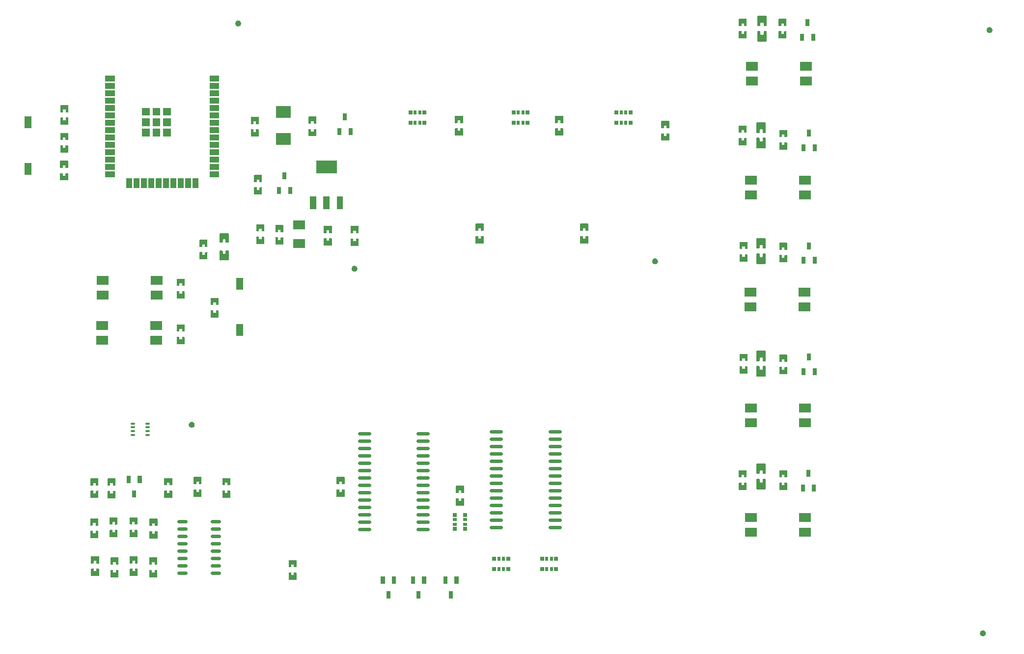
<source format=gtp>
G04 Layer: TopPasteMaskLayer*
G04 EasyEDA v6.4.25, 2021-10-12T19:11:13--3:00*
G04 c22c5ad297e649dda918693bc59ac449,3e531cdebb5f4b4d8e7d377dd7e3e81f,10*
G04 Gerber Generator version 0.2*
G04 Scale: 100 percent, Rotated: No, Reflected: No *
G04 Dimensions in millimeters *
G04 leading zeros omitted , absolute positions ,4 integer and 5 decimal *
%FSLAX45Y45*%
%MOMM*%

%ADD11C,0.6000*%
%ADD22C,0.5600*%
%ADD23C,0.3640*%
%ADD29R,0.7000X1.2500*%
%ADD33R,1.3000X2.0000*%
%ADD34R,2.0000X1.5000*%
%ADD36R,0.6500X0.8000*%
%ADD37R,0.5000X0.8000*%
%ADD38R,0.8000X0.6500*%
%ADD39R,0.8000X0.5000*%
%ADD40R,2.5000X2.0000*%
%ADD43R,2.0000X1.6002*%

%LPD*%
G36*
X-7681975Y-63154712D02*
G01*
X-7687005Y-63159690D01*
X-7687005Y-63274702D01*
X-7681975Y-63279680D01*
X-7640015Y-63279223D01*
X-7640015Y-63235179D01*
X-7595006Y-63235179D01*
X-7595006Y-63280188D01*
X-7554010Y-63279680D01*
X-7548981Y-63274702D01*
X-7548981Y-63159690D01*
X-7554010Y-63154712D01*
G37*
G36*
X-7681975Y-63369698D02*
G01*
X-7687005Y-63374676D01*
X-7687005Y-63489687D01*
X-7681975Y-63494716D01*
X-7554010Y-63494716D01*
X-7548981Y-63489687D01*
X-7548981Y-63374676D01*
X-7554010Y-63369698D01*
X-7595006Y-63370205D01*
X-7595006Y-63414198D01*
X-7640015Y-63414198D01*
X-7640015Y-63369698D01*
G37*
G36*
X-7935112Y-63366700D02*
G01*
X-7976108Y-63367208D01*
X-7981086Y-63372187D01*
X-7981086Y-63487198D01*
X-7976108Y-63492176D01*
X-7848092Y-63492176D01*
X-7843113Y-63487198D01*
X-7843113Y-63372187D01*
X-7848092Y-63367208D01*
X-7890103Y-63367716D01*
X-7890103Y-63411709D01*
X-7935112Y-63411709D01*
G37*
G36*
X-7976108Y-63152223D02*
G01*
X-7981086Y-63157201D01*
X-7981086Y-63272212D01*
X-7976108Y-63277191D01*
X-7935112Y-63276683D01*
X-7935112Y-63232690D01*
X-7890103Y-63232690D01*
X-7890103Y-63277191D01*
X-7848092Y-63277191D01*
X-7843113Y-63272212D01*
X-7843113Y-63157201D01*
X-7848092Y-63152223D01*
G37*
G36*
X-5746902Y-58923123D02*
G01*
X-5756910Y-58933079D01*
X-5756910Y-59076590D01*
X-5746902Y-59086597D01*
X-5709869Y-59086597D01*
X-5699861Y-59076590D01*
X-5699861Y-59041029D01*
X-5689854Y-59031022D01*
X-5663946Y-59031022D01*
X-5653938Y-59041029D01*
X-5653938Y-59076590D01*
X-5643930Y-59086597D01*
X-5606897Y-59086597D01*
X-5596890Y-59076590D01*
X-5596890Y-58933079D01*
X-5606897Y-58923123D01*
G37*
G36*
X-5746902Y-59226602D02*
G01*
X-5756910Y-59236610D01*
X-5756910Y-59380120D01*
X-5746902Y-59390076D01*
X-5606897Y-59390076D01*
X-5596890Y-59380120D01*
X-5596890Y-59236610D01*
X-5606897Y-59226602D01*
X-5643930Y-59226602D01*
X-5653938Y-59236610D01*
X-5653938Y-59272170D01*
X-5663946Y-59282177D01*
X-5689854Y-59282177D01*
X-5699861Y-59272170D01*
X-5699861Y-59236610D01*
X-5709869Y-59226602D01*
G37*
G36*
X-6730187Y-56765190D02*
G01*
X-6730187Y-56898184D01*
X-6597192Y-56898184D01*
X-6597192Y-56765190D01*
G37*
G36*
X-6730187Y-56945174D02*
G01*
X-6730187Y-57078168D01*
X-6597192Y-57078168D01*
X-6597192Y-56945174D01*
G37*
G36*
X-6730187Y-57125158D02*
G01*
X-6730187Y-57258204D01*
X-6597192Y-57258204D01*
X-6597192Y-57125158D01*
G37*
G36*
X-6910171Y-57125158D02*
G01*
X-6910171Y-57258204D01*
X-6777177Y-57258204D01*
X-6777177Y-57125158D01*
G37*
G36*
X-6910171Y-56945174D02*
G01*
X-6910171Y-57078168D01*
X-6777177Y-57078168D01*
X-6777177Y-56945174D01*
G37*
G36*
X-6910171Y-56765190D02*
G01*
X-6910171Y-56898184D01*
X-6777177Y-56898184D01*
X-6777177Y-56765190D01*
G37*
G36*
X-7090206Y-56765190D02*
G01*
X-7090206Y-56898184D01*
X-6957212Y-56898184D01*
X-6957212Y-56765190D01*
G37*
G36*
X-7090206Y-56945174D02*
G01*
X-7090206Y-57078168D01*
X-6957212Y-57078168D01*
X-6957212Y-56945174D01*
G37*
G36*
X-7090206Y-57125158D02*
G01*
X-7090206Y-57258204D01*
X-6957212Y-57258204D01*
X-6957212Y-57125158D01*
G37*
G36*
X-6222187Y-57980681D02*
G01*
X-6222187Y-58145679D01*
X-6122212Y-58145679D01*
X-6122212Y-57980681D01*
G37*
G36*
X-6349187Y-57980681D02*
G01*
X-6349187Y-58145679D01*
X-6249212Y-58145679D01*
X-6249212Y-57980681D01*
G37*
G36*
X-6476187Y-57980681D02*
G01*
X-6476187Y-58145679D01*
X-6376212Y-58145679D01*
X-6376212Y-57980681D01*
G37*
G36*
X-6603187Y-57980681D02*
G01*
X-6603187Y-58145679D01*
X-6503212Y-58145679D01*
X-6503212Y-57980681D01*
G37*
G36*
X-6730187Y-57980681D02*
G01*
X-6730187Y-58145679D01*
X-6630212Y-58145679D01*
X-6630212Y-57980681D01*
G37*
G36*
X-6857187Y-57980681D02*
G01*
X-6857187Y-58145679D01*
X-6757212Y-58145679D01*
X-6757212Y-57980681D01*
G37*
G36*
X-6984187Y-57980681D02*
G01*
X-6984187Y-58145679D01*
X-6884212Y-58145679D01*
X-6884212Y-57980681D01*
G37*
G36*
X-7111187Y-57980681D02*
G01*
X-7111187Y-58145679D01*
X-7011212Y-58145679D01*
X-7011212Y-57980681D01*
G37*
G36*
X-7238187Y-57980681D02*
G01*
X-7238187Y-58145679D01*
X-7138212Y-58145679D01*
X-7138212Y-57980681D01*
G37*
G36*
X-7365187Y-57980681D02*
G01*
X-7365187Y-58145679D01*
X-7265212Y-58145679D01*
X-7265212Y-57980681D01*
G37*
G36*
X-7726222Y-57863181D02*
G01*
X-7726222Y-57963206D01*
X-7561173Y-57963206D01*
X-7561173Y-57863181D01*
G37*
G36*
X-7726222Y-57736181D02*
G01*
X-7726222Y-57836206D01*
X-7561173Y-57836206D01*
X-7561173Y-57736181D01*
G37*
G36*
X-7726222Y-57609181D02*
G01*
X-7726222Y-57709206D01*
X-7561173Y-57709206D01*
X-7561173Y-57609181D01*
G37*
G36*
X-7726222Y-57482181D02*
G01*
X-7726222Y-57582206D01*
X-7561173Y-57582206D01*
X-7561173Y-57482181D01*
G37*
G36*
X-7726222Y-57355181D02*
G01*
X-7726222Y-57455206D01*
X-7561173Y-57455206D01*
X-7561173Y-57355181D01*
G37*
G36*
X-7726222Y-57228181D02*
G01*
X-7726222Y-57328206D01*
X-7561173Y-57328206D01*
X-7561173Y-57228181D01*
G37*
G36*
X-7726222Y-57101181D02*
G01*
X-7726222Y-57201206D01*
X-7561173Y-57201206D01*
X-7561173Y-57101181D01*
G37*
G36*
X-7726222Y-56847181D02*
G01*
X-7726222Y-56947206D01*
X-7561173Y-56947206D01*
X-7561173Y-56847181D01*
G37*
G36*
X-7726222Y-56974181D02*
G01*
X-7726222Y-57074206D01*
X-7561173Y-57074206D01*
X-7561173Y-56974181D01*
G37*
G36*
X-7726222Y-56720181D02*
G01*
X-7726222Y-56820206D01*
X-7561173Y-56820206D01*
X-7561173Y-56720181D01*
G37*
G36*
X-7726222Y-56593181D02*
G01*
X-7726222Y-56693206D01*
X-7561173Y-56693206D01*
X-7561173Y-56593181D01*
G37*
G36*
X-7726222Y-56466181D02*
G01*
X-7726222Y-56566206D01*
X-7561173Y-56566206D01*
X-7561173Y-56466181D01*
G37*
G36*
X-7726222Y-56339181D02*
G01*
X-7726222Y-56439206D01*
X-7561173Y-56439206D01*
X-7561173Y-56339181D01*
G37*
G36*
X-7726222Y-56212181D02*
G01*
X-7726222Y-56312206D01*
X-7561173Y-56312206D01*
X-7561173Y-56212181D01*
G37*
G36*
X-5926226Y-57863181D02*
G01*
X-5926226Y-57963206D01*
X-5761177Y-57963206D01*
X-5761177Y-57863181D01*
G37*
G36*
X-5926226Y-57736181D02*
G01*
X-5926226Y-57836206D01*
X-5761177Y-57836206D01*
X-5761177Y-57736181D01*
G37*
G36*
X-5926226Y-57609181D02*
G01*
X-5926226Y-57709206D01*
X-5761177Y-57709206D01*
X-5761177Y-57609181D01*
G37*
G36*
X-5926226Y-57482181D02*
G01*
X-5926226Y-57582206D01*
X-5761177Y-57582206D01*
X-5761177Y-57482181D01*
G37*
G36*
X-5926226Y-57355181D02*
G01*
X-5926226Y-57455206D01*
X-5761177Y-57455206D01*
X-5761177Y-57355181D01*
G37*
G36*
X-5926226Y-57228181D02*
G01*
X-5926226Y-57328206D01*
X-5761177Y-57328206D01*
X-5761177Y-57228181D01*
G37*
G36*
X-5926226Y-57101181D02*
G01*
X-5926226Y-57201206D01*
X-5761177Y-57201206D01*
X-5761177Y-57101181D01*
G37*
G36*
X-5926226Y-56974181D02*
G01*
X-5926226Y-57074206D01*
X-5761177Y-57074206D01*
X-5761177Y-56974181D01*
G37*
G36*
X-5926226Y-56847181D02*
G01*
X-5926226Y-56947206D01*
X-5761177Y-56947206D01*
X-5761177Y-56847181D01*
G37*
G36*
X-5926226Y-56720181D02*
G01*
X-5926226Y-56820206D01*
X-5761177Y-56820206D01*
X-5761177Y-56720181D01*
G37*
G36*
X-5926226Y-56593181D02*
G01*
X-5926226Y-56693206D01*
X-5761177Y-56693206D01*
X-5761177Y-56593181D01*
G37*
G36*
X-5926226Y-56466181D02*
G01*
X-5926226Y-56566206D01*
X-5761177Y-56566206D01*
X-5761177Y-56466181D01*
G37*
G36*
X-5926226Y-56339181D02*
G01*
X-5926226Y-56439206D01*
X-5761177Y-56439206D01*
X-5761177Y-56339181D01*
G37*
G36*
X-5926226Y-56212181D02*
G01*
X-5926226Y-56312206D01*
X-5761177Y-56312206D01*
X-5761177Y-56212181D01*
G37*
G36*
X3199892Y-57068872D02*
G01*
X3194913Y-57073901D01*
X3194913Y-57188912D01*
X3199892Y-57193891D01*
X3241903Y-57193383D01*
X3241903Y-57149390D01*
X3286912Y-57149390D01*
X3286912Y-57194399D01*
X3327908Y-57193891D01*
X3332886Y-57188912D01*
X3332886Y-57073901D01*
X3327908Y-57068872D01*
G37*
G36*
X3199892Y-57283908D02*
G01*
X3194913Y-57288887D01*
X3194913Y-57403898D01*
X3199892Y-57408876D01*
X3327908Y-57408876D01*
X3332886Y-57403898D01*
X3332886Y-57288887D01*
X3327908Y-57283908D01*
X3286912Y-57284416D01*
X3286912Y-57328409D01*
X3241903Y-57328409D01*
X3241903Y-57283908D01*
G37*
G36*
X3212592Y-61005872D02*
G01*
X3207613Y-61010901D01*
X3207613Y-61125912D01*
X3212592Y-61130891D01*
X3254603Y-61130383D01*
X3254603Y-61086390D01*
X3299612Y-61086390D01*
X3299612Y-61131399D01*
X3340608Y-61130891D01*
X3345586Y-61125912D01*
X3345586Y-61010901D01*
X3340608Y-61005872D01*
G37*
G36*
X3212592Y-61220908D02*
G01*
X3207613Y-61225887D01*
X3207613Y-61340898D01*
X3212592Y-61345876D01*
X3340608Y-61345876D01*
X3345586Y-61340898D01*
X3345586Y-61225887D01*
X3340608Y-61220908D01*
X3299612Y-61221416D01*
X3299612Y-61265409D01*
X3254603Y-61265409D01*
X3254603Y-61220908D01*
G37*
G36*
X3199892Y-55227372D02*
G01*
X3194913Y-55232401D01*
X3194913Y-55347412D01*
X3199892Y-55352391D01*
X3241903Y-55351883D01*
X3241903Y-55307890D01*
X3286912Y-55307890D01*
X3286912Y-55352899D01*
X3327908Y-55352391D01*
X3332886Y-55347412D01*
X3332886Y-55232401D01*
X3327908Y-55227372D01*
G37*
G36*
X3199892Y-55442408D02*
G01*
X3194913Y-55447387D01*
X3194913Y-55562398D01*
X3199892Y-55567376D01*
X3327908Y-55567376D01*
X3332886Y-55562398D01*
X3332886Y-55447387D01*
X3327908Y-55442408D01*
X3286912Y-55442916D01*
X3286912Y-55486909D01*
X3241903Y-55486909D01*
X3241903Y-55442408D01*
G37*
G36*
X3212592Y-59075472D02*
G01*
X3207613Y-59080501D01*
X3207613Y-59195512D01*
X3212592Y-59200491D01*
X3254603Y-59199983D01*
X3254603Y-59155990D01*
X3299612Y-59155990D01*
X3299612Y-59200999D01*
X3340608Y-59200491D01*
X3345586Y-59195512D01*
X3345586Y-59080501D01*
X3340608Y-59075472D01*
G37*
G36*
X3212592Y-59290508D02*
G01*
X3207613Y-59295487D01*
X3207613Y-59410498D01*
X3212592Y-59415476D01*
X3340608Y-59415476D01*
X3345586Y-59410498D01*
X3345586Y-59295487D01*
X3340608Y-59290508D01*
X3299612Y-59291016D01*
X3299612Y-59335009D01*
X3254603Y-59335009D01*
X3254603Y-59290508D01*
G37*
G36*
X-6490208Y-59710472D02*
G01*
X-6495186Y-59715501D01*
X-6495186Y-59830512D01*
X-6490208Y-59835491D01*
X-6448196Y-59834983D01*
X-6448196Y-59790990D01*
X-6403187Y-59790990D01*
X-6403187Y-59835999D01*
X-6362192Y-59835491D01*
X-6357213Y-59830512D01*
X-6357213Y-59715501D01*
X-6362192Y-59710472D01*
G37*
G36*
X-6490208Y-59925508D02*
G01*
X-6495186Y-59930487D01*
X-6495186Y-60045498D01*
X-6490208Y-60050476D01*
X-6362192Y-60050476D01*
X-6357213Y-60045498D01*
X-6357213Y-59930487D01*
X-6362192Y-59925508D01*
X-6403187Y-59926016D01*
X-6403187Y-59970009D01*
X-6448196Y-59970009D01*
X-6448196Y-59925508D01*
G37*
G36*
X-6490208Y-60497872D02*
G01*
X-6495186Y-60502901D01*
X-6495186Y-60617912D01*
X-6490208Y-60622891D01*
X-6448196Y-60622383D01*
X-6448196Y-60578390D01*
X-6403187Y-60578390D01*
X-6403187Y-60623399D01*
X-6362192Y-60622891D01*
X-6357213Y-60617912D01*
X-6357213Y-60502901D01*
X-6362192Y-60497872D01*
G37*
G36*
X-6490208Y-60712908D02*
G01*
X-6495186Y-60717887D01*
X-6495186Y-60832898D01*
X-6490208Y-60837876D01*
X-6362192Y-60837876D01*
X-6357213Y-60832898D01*
X-6357213Y-60717887D01*
X-6362192Y-60712908D01*
X-6403187Y-60713416D01*
X-6403187Y-60757409D01*
X-6448196Y-60757409D01*
X-6448196Y-60712908D01*
G37*
G36*
X-5212283Y-56919012D02*
G01*
X-5217312Y-56923990D01*
X-5217312Y-57039002D01*
X-5212283Y-57043980D01*
X-5170322Y-57043523D01*
X-5170322Y-56999479D01*
X-5125313Y-56999479D01*
X-5125313Y-57044488D01*
X-5084318Y-57043980D01*
X-5079288Y-57039002D01*
X-5079288Y-56923990D01*
X-5084318Y-56919012D01*
G37*
G36*
X-5212283Y-57133998D02*
G01*
X-5217312Y-57138976D01*
X-5217312Y-57253987D01*
X-5212283Y-57259016D01*
X-5084318Y-57259016D01*
X-5079288Y-57253987D01*
X-5079288Y-57138976D01*
X-5084318Y-57133998D01*
X-5125313Y-57134505D01*
X-5125313Y-57178498D01*
X-5170322Y-57178498D01*
X-5170322Y-57133998D01*
G37*
G36*
X-7938312Y-64058546D02*
G01*
X-7979308Y-64059054D01*
X-7984286Y-64064083D01*
X-7984286Y-64179043D01*
X-7979308Y-64184072D01*
X-7851292Y-64184072D01*
X-7846314Y-64179043D01*
X-7846314Y-64064083D01*
X-7851292Y-64059054D01*
X-7893303Y-64059562D01*
X-7893303Y-64103554D01*
X-7938312Y-64103554D01*
G37*
G36*
X-7979308Y-63844068D02*
G01*
X-7984286Y-63849046D01*
X-7984286Y-63964057D01*
X-7979308Y-63969036D01*
X-7938312Y-63968579D01*
X-7938312Y-63924535D01*
X-7893303Y-63924535D01*
X-7893303Y-63969036D01*
X-7851292Y-63969036D01*
X-7846314Y-63964057D01*
X-7846314Y-63849046D01*
X-7851292Y-63844068D01*
G37*
G36*
X-6959295Y-63849046D02*
G01*
X-6964273Y-63854076D01*
X-6964273Y-63969036D01*
X-6959295Y-63974065D01*
X-6917283Y-63973557D01*
X-6917283Y-63929564D01*
X-6872325Y-63929564D01*
X-6872325Y-63974573D01*
X-6831279Y-63974065D01*
X-6826300Y-63969036D01*
X-6826300Y-63854076D01*
X-6831279Y-63849046D01*
G37*
G36*
X-6959295Y-64064032D02*
G01*
X-6964273Y-64069061D01*
X-6964273Y-64184072D01*
X-6959295Y-64189051D01*
X-6831279Y-64189051D01*
X-6826300Y-64184072D01*
X-6826300Y-64069061D01*
X-6831279Y-64064032D01*
X-6872325Y-64064540D01*
X-6872325Y-64108533D01*
X-6917283Y-64108533D01*
X-6917283Y-64064083D01*
G37*
G36*
X-7257745Y-64710411D02*
G01*
X-7298740Y-64710919D01*
X-7303719Y-64715898D01*
X-7303719Y-64830909D01*
X-7298740Y-64835887D01*
X-7170724Y-64835887D01*
X-7165746Y-64830909D01*
X-7165746Y-64715898D01*
X-7170724Y-64710919D01*
X-7212736Y-64711376D01*
X-7212736Y-64755420D01*
X-7257745Y-64755420D01*
G37*
G36*
X-7298740Y-64495883D02*
G01*
X-7303719Y-64500912D01*
X-7303719Y-64615923D01*
X-7298740Y-64620902D01*
X-7257745Y-64620394D01*
X-7257745Y-64576401D01*
X-7212736Y-64576401D01*
X-7212736Y-64620902D01*
X-7170724Y-64620902D01*
X-7165746Y-64615923D01*
X-7165746Y-64500912D01*
X-7170724Y-64495883D01*
G37*
G36*
X-8457793Y-57890511D02*
G01*
X-8498789Y-57891019D01*
X-8503818Y-57895998D01*
X-8503818Y-58011009D01*
X-8498789Y-58015987D01*
X-8370824Y-58015987D01*
X-8365794Y-58011009D01*
X-8365794Y-57895998D01*
X-8370824Y-57891019D01*
X-8412784Y-57891476D01*
X-8412784Y-57935520D01*
X-8457793Y-57935520D01*
G37*
G36*
X-8498789Y-57675983D02*
G01*
X-8503818Y-57681012D01*
X-8503818Y-57796023D01*
X-8498789Y-57801002D01*
X-8457793Y-57800494D01*
X-8457793Y-57756501D01*
X-8412784Y-57756501D01*
X-8412784Y-57801002D01*
X-8370824Y-57801002D01*
X-8365794Y-57796023D01*
X-8365794Y-57681012D01*
X-8370824Y-57675983D01*
G37*
G36*
X-8494776Y-56715812D02*
G01*
X-8499805Y-56720790D01*
X-8499805Y-56835802D01*
X-8494776Y-56840780D01*
X-8452815Y-56840323D01*
X-8452815Y-56796279D01*
X-8407806Y-56796279D01*
X-8407806Y-56841288D01*
X-8366810Y-56840780D01*
X-8361781Y-56835802D01*
X-8361781Y-56720790D01*
X-8366810Y-56715812D01*
G37*
G36*
X-8494776Y-56930798D02*
G01*
X-8499805Y-56935776D01*
X-8499805Y-57050787D01*
X-8494776Y-57055816D01*
X-8366810Y-57055816D01*
X-8361781Y-57050787D01*
X-8361781Y-56935776D01*
X-8366810Y-56930798D01*
X-8407806Y-56931305D01*
X-8407806Y-56975298D01*
X-8452815Y-56975298D01*
X-8452815Y-56930798D01*
G37*
G36*
X-3912158Y-59012683D02*
G01*
X-3953154Y-59013191D01*
X-3958132Y-59018220D01*
X-3958132Y-59133181D01*
X-3953154Y-59138210D01*
X-3825138Y-59138210D01*
X-3820160Y-59133181D01*
X-3820160Y-59018220D01*
X-3825138Y-59013191D01*
X-3867150Y-59013699D01*
X-3867150Y-59057692D01*
X-3912158Y-59057692D01*
G37*
G36*
X-3953154Y-58798205D02*
G01*
X-3958132Y-58803184D01*
X-3958132Y-58918195D01*
X-3953154Y-58923224D01*
X-3912158Y-58922716D01*
X-3912158Y-58878724D01*
X-3867150Y-58878724D01*
X-3867150Y-58923224D01*
X-3825138Y-58923224D01*
X-3820160Y-58918195D01*
X-3820160Y-58803184D01*
X-3825138Y-58798205D01*
G37*
G36*
X-4177893Y-57128511D02*
G01*
X-4218889Y-57129019D01*
X-4223918Y-57133998D01*
X-4223918Y-57249009D01*
X-4218889Y-57253987D01*
X-4090924Y-57253987D01*
X-4085894Y-57249009D01*
X-4085894Y-57133998D01*
X-4090924Y-57129019D01*
X-4132884Y-57129476D01*
X-4132884Y-57173520D01*
X-4177893Y-57173520D01*
G37*
G36*
X-4218889Y-56913983D02*
G01*
X-4223918Y-56919012D01*
X-4223918Y-57034023D01*
X-4218889Y-57039002D01*
X-4177893Y-57038494D01*
X-4177893Y-56994501D01*
X-4132884Y-56994501D01*
X-4132884Y-57039002D01*
X-4090924Y-57039002D01*
X-4085894Y-57034023D01*
X-4085894Y-56919012D01*
X-4090924Y-56913983D01*
G37*
G36*
X-3491382Y-58803184D02*
G01*
X-3496411Y-58808213D01*
X-3496411Y-58923224D01*
X-3491382Y-58928203D01*
X-3449421Y-58927695D01*
X-3449421Y-58883702D01*
X-3404412Y-58883702D01*
X-3404412Y-58928711D01*
X-3363417Y-58928203D01*
X-3358387Y-58923224D01*
X-3358387Y-58808213D01*
X-3363417Y-58803184D01*
G37*
G36*
X-3491382Y-59018220D02*
G01*
X-3496411Y-59023199D01*
X-3496411Y-59138210D01*
X-3491382Y-59143188D01*
X-3363417Y-59143188D01*
X-3358387Y-59138210D01*
X-3358387Y-59023199D01*
X-3363417Y-59018220D01*
X-3404412Y-59018728D01*
X-3404412Y-59062721D01*
X-3449421Y-59062721D01*
X-3449421Y-59018220D01*
G37*
G36*
X-1337919Y-58760512D02*
G01*
X-1342948Y-58765490D01*
X-1342948Y-58880502D01*
X-1337919Y-58885480D01*
X-1295908Y-58885023D01*
X-1295908Y-58840979D01*
X-1250950Y-58840979D01*
X-1250950Y-58885988D01*
X-1209903Y-58885480D01*
X-1204925Y-58880502D01*
X-1204925Y-58765490D01*
X-1209903Y-58760512D01*
G37*
G36*
X-1337919Y-58975498D02*
G01*
X-1342948Y-58980476D01*
X-1342948Y-59095487D01*
X-1337919Y-59100516D01*
X-1209903Y-59100516D01*
X-1204925Y-59095487D01*
X-1204925Y-58980476D01*
X-1209903Y-58975498D01*
X-1250950Y-58976005D01*
X-1250950Y-59019998D01*
X-1295908Y-59019998D01*
X-1295908Y-58975498D01*
G37*
G36*
X465480Y-58760512D02*
G01*
X460451Y-58765490D01*
X460451Y-58880502D01*
X465480Y-58885480D01*
X507492Y-58885023D01*
X507492Y-58840979D01*
X552450Y-58840979D01*
X552450Y-58885988D01*
X593496Y-58885480D01*
X598474Y-58880502D01*
X598474Y-58765490D01*
X593496Y-58760512D01*
G37*
G36*
X465480Y-58975498D02*
G01*
X460451Y-58980476D01*
X460451Y-59095487D01*
X465480Y-59100516D01*
X593496Y-59100516D01*
X598474Y-59095487D01*
X598474Y-58980476D01*
X593496Y-58975498D01*
X552450Y-58976005D01*
X552450Y-59019998D01*
X507492Y-59019998D01*
X507492Y-58975498D01*
G37*
G36*
X-6662775Y-63362586D02*
G01*
X-6703822Y-63363094D01*
X-6708800Y-63368123D01*
X-6708800Y-63483083D01*
X-6703822Y-63488112D01*
X-6575806Y-63488112D01*
X-6570827Y-63483083D01*
X-6570827Y-63368123D01*
X-6575806Y-63363094D01*
X-6617817Y-63363602D01*
X-6617817Y-63407594D01*
X-6662775Y-63407594D01*
G37*
G36*
X-6703822Y-63148108D02*
G01*
X-6708800Y-63153086D01*
X-6708800Y-63268098D01*
X-6703822Y-63273127D01*
X-6662775Y-63272619D01*
X-6662775Y-63228626D01*
X-6617817Y-63228626D01*
X-6617817Y-63273076D01*
X-6575806Y-63273127D01*
X-6570827Y-63268098D01*
X-6570827Y-63153086D01*
X-6575806Y-63148108D01*
G37*
G36*
X-7647076Y-63826288D02*
G01*
X-7652105Y-63831317D01*
X-7652105Y-63946278D01*
X-7647076Y-63951307D01*
X-7605115Y-63950799D01*
X-7605115Y-63906806D01*
X-7560106Y-63906806D01*
X-7560106Y-63951815D01*
X-7519111Y-63951307D01*
X-7514081Y-63946278D01*
X-7514081Y-63831317D01*
X-7519111Y-63826288D01*
G37*
G36*
X-7647076Y-64041324D02*
G01*
X-7652105Y-64046303D01*
X-7652105Y-64161314D01*
X-7647076Y-64166292D01*
X-7519111Y-64166292D01*
X-7514081Y-64161314D01*
X-7514081Y-64046303D01*
X-7519111Y-64041324D01*
X-7560106Y-64041781D01*
X-7560106Y-64085825D01*
X-7605115Y-64085825D01*
X-7605115Y-64041324D01*
G37*
G36*
X-6198108Y-63130379D02*
G01*
X-6203086Y-63135357D01*
X-6203086Y-63250368D01*
X-6198108Y-63255347D01*
X-6156096Y-63254839D01*
X-6156096Y-63210846D01*
X-6111087Y-63210846D01*
X-6111087Y-63255855D01*
X-6070092Y-63255347D01*
X-6065113Y-63250368D01*
X-6065113Y-63135357D01*
X-6070092Y-63130379D01*
G37*
G36*
X-6198108Y-63345364D02*
G01*
X-6203086Y-63350343D01*
X-6203086Y-63465354D01*
X-6198108Y-63470332D01*
X-6070092Y-63470332D01*
X-6065113Y-63465354D01*
X-6065113Y-63350343D01*
X-6070092Y-63345364D01*
X-6111087Y-63345872D01*
X-6111087Y-63389865D01*
X-6156096Y-63389865D01*
X-6156096Y-63345364D01*
G37*
G36*
X-4518812Y-64776400D02*
G01*
X-4559808Y-64776908D01*
X-4564786Y-64781887D01*
X-4564786Y-64896898D01*
X-4559808Y-64901876D01*
X-4431792Y-64901876D01*
X-4426813Y-64896898D01*
X-4426813Y-64781887D01*
X-4431792Y-64776908D01*
X-4473803Y-64777416D01*
X-4473803Y-64821409D01*
X-4518812Y-64821409D01*
G37*
G36*
X-4559808Y-64561923D02*
G01*
X-4564786Y-64566901D01*
X-4564786Y-64681912D01*
X-4559808Y-64686891D01*
X-4518812Y-64686383D01*
X-4518812Y-64642390D01*
X-4473803Y-64642390D01*
X-4473803Y-64686891D01*
X-4431792Y-64686891D01*
X-4426813Y-64681912D01*
X-4426813Y-64566901D01*
X-4431792Y-64561923D01*
G37*
G36*
X-5115712Y-58134300D02*
G01*
X-5156708Y-58134808D01*
X-5161686Y-58139787D01*
X-5161686Y-58254798D01*
X-5156708Y-58259776D01*
X-5028692Y-58259776D01*
X-5023713Y-58254798D01*
X-5023713Y-58139787D01*
X-5028692Y-58134808D01*
X-5070703Y-58135316D01*
X-5070703Y-58179309D01*
X-5115712Y-58179309D01*
G37*
G36*
X-5156708Y-57919823D02*
G01*
X-5161686Y-57924801D01*
X-5161686Y-58039812D01*
X-5156708Y-58044791D01*
X-5115712Y-58044283D01*
X-5115712Y-58000290D01*
X-5070703Y-58000290D01*
X-5070703Y-58044791D01*
X-5028692Y-58044791D01*
X-5023713Y-58039812D01*
X-5023713Y-57924801D01*
X-5028692Y-57919823D01*
G37*
G36*
X-5906008Y-60040672D02*
G01*
X-5910986Y-60045701D01*
X-5910986Y-60160712D01*
X-5906008Y-60165691D01*
X-5863996Y-60165183D01*
X-5863996Y-60121190D01*
X-5818987Y-60121190D01*
X-5818987Y-60166199D01*
X-5777992Y-60165691D01*
X-5773013Y-60160712D01*
X-5773013Y-60045701D01*
X-5777992Y-60040672D01*
G37*
G36*
X-5906008Y-60255708D02*
G01*
X-5910986Y-60260687D01*
X-5910986Y-60375698D01*
X-5906008Y-60380676D01*
X-5777992Y-60380676D01*
X-5773013Y-60375698D01*
X-5773013Y-60260687D01*
X-5777992Y-60255708D01*
X-5818987Y-60256216D01*
X-5818987Y-60300209D01*
X-5863996Y-60300209D01*
X-5863996Y-60255708D01*
G37*
G36*
X-8455812Y-57410400D02*
G01*
X-8496808Y-57410908D01*
X-8501786Y-57415887D01*
X-8501786Y-57530898D01*
X-8496808Y-57535876D01*
X-8368792Y-57535876D01*
X-8363813Y-57530898D01*
X-8363813Y-57415887D01*
X-8368792Y-57410908D01*
X-8410803Y-57411416D01*
X-8410803Y-57455409D01*
X-8455812Y-57455409D01*
G37*
G36*
X-8496808Y-57195923D02*
G01*
X-8501786Y-57200901D01*
X-8501786Y-57315912D01*
X-8496808Y-57320891D01*
X-8455812Y-57320383D01*
X-8455812Y-57276390D01*
X-8410803Y-57276390D01*
X-8410803Y-57320891D01*
X-8368792Y-57320891D01*
X-8363813Y-57315912D01*
X-8363813Y-57200901D01*
X-8368792Y-57195923D01*
G37*
G36*
X-4747412Y-58997900D02*
G01*
X-4788408Y-58998408D01*
X-4793386Y-59003387D01*
X-4793386Y-59118398D01*
X-4788408Y-59123376D01*
X-4660392Y-59123376D01*
X-4655413Y-59118398D01*
X-4655413Y-59003387D01*
X-4660392Y-58998408D01*
X-4702403Y-58998916D01*
X-4702403Y-59042909D01*
X-4747412Y-59042909D01*
G37*
G36*
X-4788408Y-58783423D02*
G01*
X-4793386Y-58788401D01*
X-4793386Y-58903412D01*
X-4788408Y-58908391D01*
X-4747412Y-58907883D01*
X-4747412Y-58863890D01*
X-4702403Y-58863890D01*
X-4702403Y-58908391D01*
X-4660392Y-58908391D01*
X-4655413Y-58903412D01*
X-4655413Y-58788401D01*
X-4660392Y-58783423D01*
G37*
G36*
X-5118608Y-58770672D02*
G01*
X-5123586Y-58775701D01*
X-5123586Y-58890712D01*
X-5118608Y-58895691D01*
X-5076596Y-58895183D01*
X-5076596Y-58851190D01*
X-5031587Y-58851190D01*
X-5031587Y-58896199D01*
X-4990592Y-58895691D01*
X-4985613Y-58890712D01*
X-4985613Y-58775701D01*
X-4990592Y-58770672D01*
G37*
G36*
X-5118608Y-58985708D02*
G01*
X-5123586Y-58990687D01*
X-5123586Y-59105698D01*
X-5118608Y-59110676D01*
X-4990592Y-59110676D01*
X-4985613Y-59105698D01*
X-4985613Y-58990687D01*
X-4990592Y-58985708D01*
X-5031587Y-58986216D01*
X-5031587Y-59030209D01*
X-5076596Y-59030209D01*
X-5076596Y-58985708D01*
G37*
G36*
X-7589062Y-64733119D02*
G01*
X-7630058Y-64733627D01*
X-7635087Y-64738656D01*
X-7635087Y-64853616D01*
X-7630058Y-64858646D01*
X-7502093Y-64858646D01*
X-7497064Y-64853616D01*
X-7497064Y-64738656D01*
X-7502093Y-64733627D01*
X-7544053Y-64734135D01*
X-7544053Y-64778128D01*
X-7589062Y-64778128D01*
G37*
G36*
X-7630058Y-64518641D02*
G01*
X-7635087Y-64523620D01*
X-7635087Y-64638631D01*
X-7630058Y-64643660D01*
X-7589062Y-64643152D01*
X-7589062Y-64599159D01*
X-7544053Y-64599159D01*
X-7544053Y-64643660D01*
X-7502093Y-64643660D01*
X-7497064Y-64638631D01*
X-7497064Y-64523620D01*
X-7502093Y-64518641D01*
G37*
G36*
X-6922414Y-64733119D02*
G01*
X-6963409Y-64733627D01*
X-6968388Y-64738656D01*
X-6968388Y-64853616D01*
X-6963409Y-64858646D01*
X-6835394Y-64858646D01*
X-6830415Y-64853616D01*
X-6830415Y-64738656D01*
X-6835394Y-64733627D01*
X-6877405Y-64734135D01*
X-6877405Y-64778128D01*
X-6922414Y-64778128D01*
G37*
G36*
X-6963409Y-64518641D02*
G01*
X-6968388Y-64523620D01*
X-6968388Y-64638631D01*
X-6963409Y-64643660D01*
X-6922414Y-64643152D01*
X-6922414Y-64599159D01*
X-6877405Y-64599159D01*
X-6877405Y-64643660D01*
X-6835394Y-64643660D01*
X-6830415Y-64638631D01*
X-6830415Y-64523620D01*
X-6835394Y-64518641D01*
G37*
G36*
X-7263180Y-64040816D02*
G01*
X-7304176Y-64041324D01*
X-7309205Y-64046303D01*
X-7309205Y-64161314D01*
X-7304176Y-64166292D01*
X-7176211Y-64166292D01*
X-7171181Y-64161314D01*
X-7171181Y-64046303D01*
X-7176211Y-64041324D01*
X-7218172Y-64041781D01*
X-7218172Y-64085825D01*
X-7263180Y-64085825D01*
G37*
G36*
X-7304176Y-63826288D02*
G01*
X-7309205Y-63831317D01*
X-7309205Y-63946278D01*
X-7304176Y-63951307D01*
X-7263180Y-63950799D01*
X-7263180Y-63906806D01*
X-7218172Y-63906806D01*
X-7218172Y-63951307D01*
X-7176211Y-63951307D01*
X-7171181Y-63946278D01*
X-7171181Y-63831317D01*
X-7176211Y-63826288D01*
G37*
G36*
X-5662777Y-63362586D02*
G01*
X-5703824Y-63363094D01*
X-5708802Y-63368123D01*
X-5708802Y-63483083D01*
X-5703824Y-63488112D01*
X-5575808Y-63488112D01*
X-5570778Y-63483083D01*
X-5570778Y-63368123D01*
X-5575808Y-63363094D01*
X-5617819Y-63363602D01*
X-5617819Y-63407594D01*
X-5662777Y-63407594D01*
G37*
G36*
X-5703824Y-63148108D02*
G01*
X-5708802Y-63153086D01*
X-5708802Y-63268098D01*
X-5703824Y-63273127D01*
X-5662777Y-63272619D01*
X-5662777Y-63228626D01*
X-5617819Y-63228626D01*
X-5617819Y-63273127D01*
X-5575808Y-63273127D01*
X-5570778Y-63268098D01*
X-5570778Y-63153086D01*
X-5575808Y-63148108D01*
G37*
G36*
X1905406Y-57204711D02*
G01*
X1864410Y-57205219D01*
X1859381Y-57210198D01*
X1859381Y-57325209D01*
X1864410Y-57330187D01*
X1992375Y-57330187D01*
X1997405Y-57325209D01*
X1997405Y-57210198D01*
X1992375Y-57205219D01*
X1950415Y-57205676D01*
X1950415Y-57249720D01*
X1905406Y-57249720D01*
G37*
G36*
X1864410Y-56990183D02*
G01*
X1859381Y-56995212D01*
X1859381Y-57110223D01*
X1864410Y-57115202D01*
X1905406Y-57114694D01*
X1905406Y-57070701D01*
X1950415Y-57070701D01*
X1950415Y-57115202D01*
X1992375Y-57115202D01*
X1997405Y-57110223D01*
X1997405Y-56995212D01*
X1992375Y-56990183D01*
G37*
G36*
X76606Y-57115811D02*
G01*
X35610Y-57116319D01*
X30581Y-57121298D01*
X30581Y-57236309D01*
X35610Y-57241287D01*
X163576Y-57241287D01*
X168605Y-57236309D01*
X168605Y-57121298D01*
X163576Y-57116319D01*
X121615Y-57116776D01*
X121615Y-57160820D01*
X76606Y-57160820D01*
G37*
G36*
X35610Y-56901283D02*
G01*
X30581Y-56906312D01*
X30581Y-57021323D01*
X35610Y-57026302D01*
X76606Y-57025794D01*
X76606Y-56981801D01*
X121615Y-56981801D01*
X121615Y-57026302D01*
X163576Y-57026302D01*
X168605Y-57021323D01*
X168605Y-56906312D01*
X163576Y-56901283D01*
G37*
G36*
X-1650593Y-57115811D02*
G01*
X-1691589Y-57116319D01*
X-1696618Y-57121298D01*
X-1696618Y-57236309D01*
X-1691589Y-57241287D01*
X-1563624Y-57241287D01*
X-1558594Y-57236309D01*
X-1558594Y-57121298D01*
X-1563624Y-57116319D01*
X-1605584Y-57116776D01*
X-1605584Y-57160820D01*
X-1650593Y-57160820D01*
G37*
G36*
X-1691589Y-56901283D02*
G01*
X-1696618Y-56906312D01*
X-1696618Y-57021323D01*
X-1691589Y-57026302D01*
X-1650593Y-57025794D01*
X-1650593Y-56981801D01*
X-1605584Y-56981801D01*
X-1605584Y-57026302D01*
X-1563624Y-57026302D01*
X-1558594Y-57021323D01*
X-1558594Y-56906312D01*
X-1563624Y-56901283D01*
G37*
G36*
X-1674875Y-63281712D02*
G01*
X-1679905Y-63286690D01*
X-1679905Y-63401702D01*
X-1674875Y-63406680D01*
X-1632915Y-63406223D01*
X-1632915Y-63362179D01*
X-1587906Y-63362179D01*
X-1587906Y-63407188D01*
X-1546910Y-63406680D01*
X-1541881Y-63401702D01*
X-1541881Y-63286690D01*
X-1546910Y-63281712D01*
G37*
G36*
X-1674875Y-63496698D02*
G01*
X-1679905Y-63501676D01*
X-1679905Y-63616687D01*
X-1674875Y-63621716D01*
X-1546910Y-63621716D01*
X-1541881Y-63616687D01*
X-1541881Y-63501676D01*
X-1546910Y-63496698D01*
X-1587906Y-63497205D01*
X-1587906Y-63541198D01*
X-1632915Y-63541198D01*
X-1632915Y-63496698D01*
G37*
G36*
X-3732276Y-63129312D02*
G01*
X-3737305Y-63134290D01*
X-3737305Y-63249302D01*
X-3732276Y-63254280D01*
X-3690315Y-63253823D01*
X-3690315Y-63209779D01*
X-3645306Y-63209779D01*
X-3645306Y-63254788D01*
X-3604310Y-63254280D01*
X-3599281Y-63249302D01*
X-3599281Y-63134290D01*
X-3604310Y-63129312D01*
G37*
G36*
X-3732276Y-63344298D02*
G01*
X-3737305Y-63349276D01*
X-3737305Y-63464287D01*
X-3732276Y-63469316D01*
X-3604310Y-63469316D01*
X-3599281Y-63464287D01*
X-3599281Y-63349276D01*
X-3604310Y-63344298D01*
X-3645306Y-63344805D01*
X-3645306Y-63388798D01*
X-3690315Y-63388798D01*
X-3690315Y-63344298D01*
G37*
G36*
X-7924393Y-64710411D02*
G01*
X-7965389Y-64710919D01*
X-7970418Y-64715898D01*
X-7970418Y-64830909D01*
X-7965389Y-64835887D01*
X-7837424Y-64835887D01*
X-7832394Y-64830909D01*
X-7832394Y-64715898D01*
X-7837424Y-64710919D01*
X-7879384Y-64711376D01*
X-7879384Y-64755420D01*
X-7924393Y-64755420D01*
G37*
G36*
X-7965389Y-64495883D02*
G01*
X-7970418Y-64500912D01*
X-7970418Y-64615923D01*
X-7965389Y-64620902D01*
X-7924393Y-64620394D01*
X-7924393Y-64576401D01*
X-7879384Y-64576401D01*
X-7879384Y-64620902D01*
X-7837424Y-64620902D01*
X-7832394Y-64615923D01*
X-7832394Y-64500912D01*
X-7837424Y-64495883D01*
G37*
G36*
X3523081Y-55173930D02*
G01*
X3513074Y-55183938D01*
X3513074Y-55346904D01*
X3523081Y-55356912D01*
X3556558Y-55356912D01*
X3566566Y-55346904D01*
X3566566Y-55301743D01*
X3576574Y-55291736D01*
X3611626Y-55291736D01*
X3621633Y-55301743D01*
X3621633Y-55346904D01*
X3631641Y-55356912D01*
X3665118Y-55356912D01*
X3675126Y-55346904D01*
X3675126Y-55183938D01*
X3665118Y-55173930D01*
G37*
G36*
X3523081Y-55437938D02*
G01*
X3513074Y-55447895D01*
X3513074Y-55610912D01*
X3523081Y-55620920D01*
X3665118Y-55620920D01*
X3675126Y-55610912D01*
X3675126Y-55447895D01*
X3665118Y-55437938D01*
X3631641Y-55437938D01*
X3621633Y-55447895D01*
X3621633Y-55493107D01*
X3611626Y-55503114D01*
X3576574Y-55503114D01*
X3566566Y-55493107D01*
X3566566Y-55447895D01*
X3556558Y-55437938D01*
G37*
G36*
X3510381Y-59009330D02*
G01*
X3500374Y-59019338D01*
X3500374Y-59182304D01*
X3510381Y-59192312D01*
X3543858Y-59192312D01*
X3553866Y-59182304D01*
X3553866Y-59137143D01*
X3563874Y-59127136D01*
X3598926Y-59127136D01*
X3608933Y-59137143D01*
X3608933Y-59182304D01*
X3618941Y-59192312D01*
X3652418Y-59192312D01*
X3662426Y-59182304D01*
X3662426Y-59019338D01*
X3652418Y-59009330D01*
G37*
G36*
X3510381Y-59273338D02*
G01*
X3500374Y-59283295D01*
X3500374Y-59446312D01*
X3510381Y-59456320D01*
X3652418Y-59456320D01*
X3662426Y-59446312D01*
X3662426Y-59283295D01*
X3652418Y-59273338D01*
X3618941Y-59273338D01*
X3608933Y-59283295D01*
X3608933Y-59328507D01*
X3598926Y-59338514D01*
X3563874Y-59338514D01*
X3553866Y-59328507D01*
X3553866Y-59283295D01*
X3543858Y-59273338D01*
G37*
G36*
X3510381Y-60952430D02*
G01*
X3500374Y-60962438D01*
X3500374Y-61125404D01*
X3510381Y-61135412D01*
X3543858Y-61135412D01*
X3553866Y-61125404D01*
X3553866Y-61080243D01*
X3563874Y-61070236D01*
X3598926Y-61070236D01*
X3608933Y-61080243D01*
X3608933Y-61125404D01*
X3618941Y-61135412D01*
X3652418Y-61135412D01*
X3662426Y-61125404D01*
X3662426Y-60962438D01*
X3652418Y-60952430D01*
G37*
G36*
X3510381Y-61216438D02*
G01*
X3500374Y-61226395D01*
X3500374Y-61389412D01*
X3510381Y-61399420D01*
X3652418Y-61399420D01*
X3662426Y-61389412D01*
X3662426Y-61226395D01*
X3652418Y-61216438D01*
X3618941Y-61216438D01*
X3608933Y-61226395D01*
X3608933Y-61271607D01*
X3598926Y-61281614D01*
X3563874Y-61281614D01*
X3553866Y-61271607D01*
X3553866Y-61226395D01*
X3543858Y-61216438D01*
G37*
G36*
X3510381Y-57015430D02*
G01*
X3500374Y-57025438D01*
X3500374Y-57188404D01*
X3510381Y-57198412D01*
X3543858Y-57198412D01*
X3553866Y-57188404D01*
X3553866Y-57143243D01*
X3563874Y-57133236D01*
X3598926Y-57133236D01*
X3608933Y-57143243D01*
X3608933Y-57188404D01*
X3618941Y-57198412D01*
X3652418Y-57198412D01*
X3662426Y-57188404D01*
X3662426Y-57025438D01*
X3652418Y-57015430D01*
G37*
G36*
X3510381Y-57279438D02*
G01*
X3500374Y-57289395D01*
X3500374Y-57452412D01*
X3510381Y-57462420D01*
X3652418Y-57462420D01*
X3662426Y-57452412D01*
X3662426Y-57289395D01*
X3652418Y-57279438D01*
X3618941Y-57279438D01*
X3608933Y-57289395D01*
X3608933Y-57334607D01*
X3598926Y-57344614D01*
X3563874Y-57344614D01*
X3553866Y-57334607D01*
X3553866Y-57289395D01*
X3543858Y-57279438D01*
G37*
G36*
X3510381Y-62895530D02*
G01*
X3500374Y-62905538D01*
X3500374Y-63068504D01*
X3510381Y-63078512D01*
X3543858Y-63078512D01*
X3553866Y-63068504D01*
X3553866Y-63023343D01*
X3563874Y-63013336D01*
X3598926Y-63013336D01*
X3608933Y-63023343D01*
X3608933Y-63068504D01*
X3618941Y-63078512D01*
X3652418Y-63078512D01*
X3662426Y-63068504D01*
X3662426Y-62905538D01*
X3652418Y-62895530D01*
G37*
G36*
X3510381Y-63159538D02*
G01*
X3500374Y-63169495D01*
X3500374Y-63332512D01*
X3510381Y-63342520D01*
X3652418Y-63342520D01*
X3662426Y-63332512D01*
X3662426Y-63169495D01*
X3652418Y-63159538D01*
X3618941Y-63159538D01*
X3608933Y-63169495D01*
X3608933Y-63214707D01*
X3598926Y-63224714D01*
X3563874Y-63224714D01*
X3553866Y-63214707D01*
X3553866Y-63169495D01*
X3543858Y-63159538D01*
G37*
G36*
X-6055512Y-59251900D02*
G01*
X-6096508Y-59252408D01*
X-6101486Y-59257387D01*
X-6101486Y-59372398D01*
X-6096508Y-59377376D01*
X-5968492Y-59377376D01*
X-5963513Y-59372398D01*
X-5963513Y-59257387D01*
X-5968492Y-59252408D01*
X-6010503Y-59252916D01*
X-6010503Y-59296909D01*
X-6055512Y-59296909D01*
G37*
G36*
X-6096508Y-59037423D02*
G01*
X-6101486Y-59042401D01*
X-6101486Y-59157412D01*
X-6096508Y-59162391D01*
X-6055512Y-59161883D01*
X-6055512Y-59117890D01*
X-6010503Y-59117890D01*
X-6010503Y-59162391D01*
X-5968492Y-59162391D01*
X-5963513Y-59157412D01*
X-5963513Y-59042401D01*
X-5968492Y-59037423D01*
G37*
G36*
X3199892Y-63012472D02*
G01*
X3194913Y-63017501D01*
X3194913Y-63132512D01*
X3199892Y-63137491D01*
X3241903Y-63136983D01*
X3241903Y-63092990D01*
X3286912Y-63092990D01*
X3286912Y-63137999D01*
X3327908Y-63137491D01*
X3332886Y-63132512D01*
X3332886Y-63017501D01*
X3327908Y-63012472D01*
G37*
G36*
X3199892Y-63227508D02*
G01*
X3194913Y-63232487D01*
X3194913Y-63347498D01*
X3199892Y-63352476D01*
X3327908Y-63352476D01*
X3332886Y-63347498D01*
X3332886Y-63232487D01*
X3327908Y-63227508D01*
X3286912Y-63228016D01*
X3286912Y-63272009D01*
X3241903Y-63272009D01*
X3241903Y-63227508D01*
G37*
G36*
X3939387Y-59302700D02*
G01*
X3898392Y-59303208D01*
X3893413Y-59308187D01*
X3893413Y-59423198D01*
X3898392Y-59428176D01*
X4026408Y-59428176D01*
X4031386Y-59423198D01*
X4031386Y-59308187D01*
X4026408Y-59303208D01*
X3984396Y-59303716D01*
X3984396Y-59347709D01*
X3939387Y-59347709D01*
G37*
G36*
X3898392Y-59088223D02*
G01*
X3893413Y-59093201D01*
X3893413Y-59208212D01*
X3898392Y-59213191D01*
X3939387Y-59212683D01*
X3939387Y-59168690D01*
X3984396Y-59168690D01*
X3984396Y-59213191D01*
X4026408Y-59213191D01*
X4031386Y-59208212D01*
X4031386Y-59093201D01*
X4026408Y-59088223D01*
G37*
G36*
X3939387Y-57359600D02*
G01*
X3898392Y-57360108D01*
X3893413Y-57365087D01*
X3893413Y-57480098D01*
X3898392Y-57485076D01*
X4026408Y-57485076D01*
X4031386Y-57480098D01*
X4031386Y-57365087D01*
X4026408Y-57360108D01*
X3984396Y-57360616D01*
X3984396Y-57404609D01*
X3939387Y-57404609D01*
G37*
G36*
X3898392Y-57145123D02*
G01*
X3893413Y-57150101D01*
X3893413Y-57265112D01*
X3898392Y-57270091D01*
X3939387Y-57269583D01*
X3939387Y-57225590D01*
X3984396Y-57225590D01*
X3984396Y-57270091D01*
X4026408Y-57270091D01*
X4031386Y-57265112D01*
X4031386Y-57150101D01*
X4026408Y-57145123D01*
G37*
G36*
X3939387Y-61233100D02*
G01*
X3898392Y-61233608D01*
X3893413Y-61238587D01*
X3893413Y-61353598D01*
X3898392Y-61358576D01*
X4026408Y-61358576D01*
X4031386Y-61353598D01*
X4031386Y-61238587D01*
X4026408Y-61233608D01*
X3984396Y-61234116D01*
X3984396Y-61278109D01*
X3939387Y-61278109D01*
G37*
G36*
X3898392Y-61018623D02*
G01*
X3893413Y-61023601D01*
X3893413Y-61138612D01*
X3898392Y-61143591D01*
X3939387Y-61143083D01*
X3939387Y-61099090D01*
X3984396Y-61099090D01*
X3984396Y-61143591D01*
X4026408Y-61143591D01*
X4031386Y-61138612D01*
X4031386Y-61023601D01*
X4026408Y-61018623D01*
G37*
G36*
X3926687Y-55441900D02*
G01*
X3885692Y-55442408D01*
X3880713Y-55447387D01*
X3880713Y-55562398D01*
X3885692Y-55567376D01*
X4013708Y-55567376D01*
X4018686Y-55562398D01*
X4018686Y-55447387D01*
X4013708Y-55442408D01*
X3971696Y-55442916D01*
X3971696Y-55486909D01*
X3926687Y-55486909D01*
G37*
G36*
X3885692Y-55227423D02*
G01*
X3880713Y-55232401D01*
X3880713Y-55347412D01*
X3885692Y-55352391D01*
X3926687Y-55351883D01*
X3926687Y-55307890D01*
X3971696Y-55307890D01*
X3971696Y-55352391D01*
X4013708Y-55352391D01*
X4018686Y-55347412D01*
X4018686Y-55232401D01*
X4013708Y-55227423D01*
G37*
G36*
X3939387Y-63227000D02*
G01*
X3898392Y-63227508D01*
X3893413Y-63232487D01*
X3893413Y-63347498D01*
X3898392Y-63352476D01*
X4026408Y-63352476D01*
X4031386Y-63347498D01*
X4031386Y-63232487D01*
X4026408Y-63227508D01*
X3984396Y-63228016D01*
X3984396Y-63272009D01*
X3939387Y-63272009D01*
G37*
G36*
X3898392Y-63012523D02*
G01*
X3893413Y-63017501D01*
X3893413Y-63132512D01*
X3898392Y-63137491D01*
X3939387Y-63136983D01*
X3939387Y-63092990D01*
X3984396Y-63092990D01*
X3984396Y-63137491D01*
X4026408Y-63137491D01*
X4031386Y-63132512D01*
X4031386Y-63017501D01*
X4026408Y-63012523D01*
G37*
D22*
X-6336698Y-63893700D02*
G01*
X-6455199Y-63893700D01*
X-6336698Y-64020700D02*
G01*
X-6455199Y-64020700D01*
X-6336698Y-64147700D02*
G01*
X-6455199Y-64147700D01*
X-6336698Y-64274700D02*
G01*
X-6455199Y-64274700D01*
X-6336698Y-64401700D02*
G01*
X-6455199Y-64401700D01*
X-6336698Y-64528700D02*
G01*
X-6455199Y-64528700D01*
X-6336698Y-64655700D02*
G01*
X-6455199Y-64655700D01*
X-6336698Y-64782700D02*
G01*
X-6455199Y-64782700D01*
X-5762200Y-63893700D02*
G01*
X-5880701Y-63893700D01*
X-5762200Y-64020700D02*
G01*
X-5880701Y-64020700D01*
X-5762200Y-64147700D02*
G01*
X-5880701Y-64147700D01*
X-5762200Y-64274700D02*
G01*
X-5880701Y-64274700D01*
X-5762200Y-64401700D02*
G01*
X-5880701Y-64401700D01*
X-5762200Y-64528700D02*
G01*
X-5880701Y-64528700D01*
X-5762200Y-64655700D02*
G01*
X-5880701Y-64655700D01*
X-5762200Y-64782700D02*
G01*
X-5880701Y-64782700D01*
D23*
X-7230407Y-62208689D02*
G01*
X-7270706Y-62208689D01*
X-7230407Y-62273713D02*
G01*
X-7270706Y-62273713D01*
X-7230407Y-62338711D02*
G01*
X-7270706Y-62338711D01*
X-7230407Y-62403710D02*
G01*
X-7270706Y-62403710D01*
X-6978693Y-62403710D02*
G01*
X-7018992Y-62403710D01*
X-6978693Y-62338711D02*
G01*
X-7018992Y-62338711D01*
X-6978693Y-62273713D02*
G01*
X-7018992Y-62273713D01*
X-6978693Y-62208689D02*
G01*
X-7018992Y-62208689D01*
D11*
X-1073337Y-62350650D02*
G01*
X-903338Y-62350650D01*
X-1073337Y-62477650D02*
G01*
X-903338Y-62477650D01*
X-1073337Y-62604650D02*
G01*
X-903338Y-62604650D01*
X-1073337Y-62731650D02*
G01*
X-903338Y-62731650D01*
X-1073337Y-62858650D02*
G01*
X-903338Y-62858650D01*
X-1073337Y-62985650D02*
G01*
X-903338Y-62985650D01*
X-1073337Y-63112650D02*
G01*
X-903338Y-63112650D01*
X-1073337Y-63239650D02*
G01*
X-903338Y-63239650D01*
X-1073337Y-63366650D02*
G01*
X-903338Y-63366650D01*
X-1073337Y-63493650D02*
G01*
X-903338Y-63493650D01*
X-1073337Y-63620650D02*
G01*
X-903338Y-63620650D01*
X-1073337Y-63747650D02*
G01*
X-903338Y-63747650D01*
X-1073337Y-63874650D02*
G01*
X-903338Y-63874650D01*
X-1073337Y-64001650D02*
G01*
X-903338Y-64001650D01*
X-61833Y-62350650D02*
G01*
X108165Y-62350650D01*
X-61833Y-62477650D02*
G01*
X108165Y-62477650D01*
X-61833Y-62604650D02*
G01*
X108165Y-62604650D01*
X-61833Y-62731650D02*
G01*
X108165Y-62731650D01*
X-61833Y-62858650D02*
G01*
X108165Y-62858650D01*
X-61833Y-62985650D02*
G01*
X108165Y-62985650D01*
X-61833Y-63112650D02*
G01*
X108165Y-63112650D01*
X-61833Y-63239650D02*
G01*
X108165Y-63239650D01*
X-61833Y-63366650D02*
G01*
X108165Y-63366650D01*
X-61833Y-63493650D02*
G01*
X108165Y-63493650D01*
X-61833Y-63620650D02*
G01*
X108165Y-63620650D01*
X-61833Y-63747650D02*
G01*
X108165Y-63747650D01*
X-61833Y-63874650D02*
G01*
X108165Y-63874650D01*
X-61833Y-64001650D02*
G01*
X108165Y-64001650D01*
X-3346637Y-62382400D02*
G01*
X-3176638Y-62382400D01*
X-3346637Y-62509400D02*
G01*
X-3176638Y-62509400D01*
X-3346637Y-62636400D02*
G01*
X-3176638Y-62636400D01*
X-3346637Y-62763400D02*
G01*
X-3176638Y-62763400D01*
X-3346637Y-62890400D02*
G01*
X-3176638Y-62890400D01*
X-3346637Y-63017400D02*
G01*
X-3176638Y-63017400D01*
X-3346637Y-63144400D02*
G01*
X-3176638Y-63144400D01*
X-3346637Y-63271400D02*
G01*
X-3176638Y-63271400D01*
X-3346637Y-63398400D02*
G01*
X-3176638Y-63398400D01*
X-3346637Y-63525400D02*
G01*
X-3176638Y-63525400D01*
X-3346637Y-63652400D02*
G01*
X-3176638Y-63652400D01*
X-3346637Y-63779400D02*
G01*
X-3176638Y-63779400D01*
X-3346637Y-63906400D02*
G01*
X-3176638Y-63906400D01*
X-3346637Y-64033400D02*
G01*
X-3176638Y-64033400D01*
X-2335133Y-62382400D02*
G01*
X-2165134Y-62382400D01*
X-2335133Y-62509400D02*
G01*
X-2165134Y-62509400D01*
X-2335133Y-62636400D02*
G01*
X-2165134Y-62636400D01*
X-2335133Y-62763400D02*
G01*
X-2165134Y-62763400D01*
X-2335133Y-62890400D02*
G01*
X-2165134Y-62890400D01*
X-2335133Y-63017400D02*
G01*
X-2165134Y-63017400D01*
X-2335133Y-63144400D02*
G01*
X-2165134Y-63144400D01*
X-2335133Y-63271400D02*
G01*
X-2165134Y-63271400D01*
X-2335133Y-63398400D02*
G01*
X-2165134Y-63398400D01*
X-2335133Y-63525400D02*
G01*
X-2165134Y-63525400D01*
X-2335133Y-63652400D02*
G01*
X-2165134Y-63652400D01*
X-2335133Y-63779400D02*
G01*
X-2165134Y-63779400D01*
X-2335133Y-63906400D02*
G01*
X-2165134Y-63906400D01*
X-2335133Y-64033400D02*
G01*
X-2165134Y-64033400D01*
G36*
X-7261301Y-63359268D02*
G01*
X-7191298Y-63359268D01*
X-7191298Y-63484267D01*
X-7261301Y-63484267D01*
G37*
G36*
X-7356297Y-63109322D02*
G01*
X-7286294Y-63109322D01*
X-7286294Y-63234341D01*
X-7356297Y-63234341D01*
G37*
G36*
X-7166305Y-63109322D02*
G01*
X-7096302Y-63109322D01*
X-7096302Y-63234341D01*
X-7166305Y-63234341D01*
G37*
D33*
G01*
X-5410200Y-60597999D03*
G01*
X-5410200Y-59798000D03*
G01*
X-9055100Y-57016700D03*
G01*
X-9055100Y-57816699D03*
D34*
G01*
X3408502Y-58013600D03*
G01*
X3408502Y-58267600D03*
G01*
X4338497Y-58267600D03*
G01*
X4338497Y-58013600D03*
G01*
X3408502Y-61937900D03*
G01*
X3408502Y-62191900D03*
G01*
X4338497Y-62191900D03*
G01*
X4338497Y-61937900D03*
G01*
X3408502Y-63830200D03*
G01*
X3408502Y-64084200D03*
G01*
X4338497Y-64084200D03*
G01*
X4338497Y-63830200D03*
G01*
X3395802Y-59944000D03*
G01*
X3395802Y-60198000D03*
G01*
X4325797Y-60198000D03*
G01*
X4325797Y-59944000D03*
G01*
X3421202Y-56045100D03*
G01*
X3421202Y-56299100D03*
G01*
X4351197Y-56299100D03*
G01*
X4351197Y-56045100D03*
G01*
X-6837502Y-59994800D03*
G01*
X-6837502Y-59740800D03*
G01*
X-7767497Y-59740800D03*
G01*
X-7767497Y-59994800D03*
G01*
X-6850202Y-60769500D03*
G01*
X-6850202Y-60515500D03*
G01*
X-7780197Y-60515500D03*
G01*
X-7780197Y-60769500D03*
D36*
G01*
X-196189Y-64720292D03*
G01*
X-196189Y-64540307D03*
D37*
G01*
X-116204Y-64720292D03*
G01*
X-116204Y-64540307D03*
G01*
X-36195Y-64720292D03*
G01*
X-36195Y-64540307D03*
D36*
G01*
X43789Y-64720292D03*
G01*
X43789Y-64540307D03*
D38*
G01*
X-1522907Y-64026389D03*
G01*
X-1702892Y-64026389D03*
D39*
G01*
X-1522907Y-63946404D03*
G01*
X-1702892Y-63946404D03*
G01*
X-1522907Y-63866395D03*
G01*
X-1702892Y-63866395D03*
D38*
G01*
X-1522907Y-63786410D03*
G01*
X-1702892Y-63786410D03*
D36*
G01*
X-2462707Y-57024092D03*
G01*
X-2462707Y-56844107D03*
D37*
G01*
X-2382723Y-57024092D03*
G01*
X-2382723Y-56844107D03*
G01*
X-2302713Y-57024092D03*
G01*
X-2302713Y-56844107D03*
D36*
G01*
X-2222728Y-57024092D03*
G01*
X-2222728Y-56844107D03*
G01*
X-684733Y-57024092D03*
G01*
X-684733Y-56844107D03*
D37*
G01*
X-604748Y-57024092D03*
G01*
X-604748Y-56844107D03*
G01*
X-524738Y-57024092D03*
G01*
X-524738Y-56844107D03*
D36*
G01*
X-444754Y-57024092D03*
G01*
X-444754Y-56844107D03*
G01*
X1086510Y-57024092D03*
G01*
X1086510Y-56844107D03*
D37*
G01*
X1166495Y-57024092D03*
G01*
X1166495Y-56844107D03*
G01*
X1246504Y-57024092D03*
G01*
X1246504Y-56844107D03*
D36*
G01*
X1326489Y-57024092D03*
G01*
X1326489Y-56844107D03*
G01*
X-1021689Y-64720292D03*
G01*
X-1021689Y-64540307D03*
D37*
G01*
X-941704Y-64720292D03*
G01*
X-941704Y-64540307D03*
G01*
X-861695Y-64720292D03*
G01*
X-861695Y-64540307D03*
D36*
G01*
X-781710Y-64720292D03*
G01*
X-781710Y-64540307D03*
G36*
X7354087Y-65824100D02*
G01*
X7354468Y-65818080D01*
X7355560Y-65812136D01*
X7357338Y-65806370D01*
X7359827Y-65800859D01*
X7362952Y-65795702D01*
X7366685Y-65790952D01*
X7370952Y-65786685D01*
X7375702Y-65782952D01*
X7380859Y-65779827D01*
X7386370Y-65777338D01*
X7392136Y-65775560D01*
X7398080Y-65774468D01*
X7404100Y-65774087D01*
X7410119Y-65774468D01*
X7416063Y-65775560D01*
X7421829Y-65777338D01*
X7427340Y-65779827D01*
X7432497Y-65782952D01*
X7437247Y-65786685D01*
X7441514Y-65790952D01*
X7445247Y-65795702D01*
X7448372Y-65800859D01*
X7450861Y-65806370D01*
X7452639Y-65812136D01*
X7453731Y-65818080D01*
X7454112Y-65824100D01*
X7453731Y-65830119D01*
X7452639Y-65836063D01*
X7450861Y-65841829D01*
X7448372Y-65847341D01*
X7445247Y-65852497D01*
X7441514Y-65857247D01*
X7437247Y-65861514D01*
X7432497Y-65865248D01*
X7427340Y-65868372D01*
X7421829Y-65870861D01*
X7416063Y-65872639D01*
X7410119Y-65873731D01*
X7404100Y-65874112D01*
X7398080Y-65873731D01*
X7392136Y-65872639D01*
X7386370Y-65870861D01*
X7380859Y-65868372D01*
X7375702Y-65865248D01*
X7370952Y-65861514D01*
X7366685Y-65857247D01*
X7362952Y-65852497D01*
X7359827Y-65847341D01*
X7357338Y-65841829D01*
X7355560Y-65836063D01*
X7354468Y-65830119D01*
G37*
G36*
X-5485612Y-55308500D02*
G01*
X-5485231Y-55302480D01*
X-5484139Y-55296536D01*
X-5482361Y-55290770D01*
X-5479872Y-55285259D01*
X-5476747Y-55280102D01*
X-5473014Y-55275352D01*
X-5468746Y-55271085D01*
X-5463997Y-55267352D01*
X-5458840Y-55264227D01*
X-5453329Y-55261738D01*
X-5447563Y-55259960D01*
X-5441619Y-55258868D01*
X-5435600Y-55258487D01*
X-5429580Y-55258868D01*
X-5423636Y-55259960D01*
X-5417870Y-55261738D01*
X-5412359Y-55264227D01*
X-5407202Y-55267352D01*
X-5402453Y-55271085D01*
X-5398185Y-55275352D01*
X-5394452Y-55280102D01*
X-5391327Y-55285259D01*
X-5388838Y-55290770D01*
X-5387060Y-55296536D01*
X-5385968Y-55302480D01*
X-5385587Y-55308500D01*
X-5385968Y-55314519D01*
X-5387060Y-55320463D01*
X-5388838Y-55326229D01*
X-5391327Y-55331741D01*
X-5394452Y-55336897D01*
X-5398185Y-55341647D01*
X-5402453Y-55345914D01*
X-5407202Y-55349648D01*
X-5412359Y-55352772D01*
X-5417870Y-55355261D01*
X-5423636Y-55357039D01*
X-5429580Y-55358131D01*
X-5435600Y-55358512D01*
X-5441619Y-55358131D01*
X-5447563Y-55357039D01*
X-5453329Y-55355261D01*
X-5458840Y-55352772D01*
X-5463997Y-55349648D01*
X-5468746Y-55345914D01*
X-5473014Y-55341647D01*
X-5476747Y-55336897D01*
X-5479872Y-55331741D01*
X-5482361Y-55326229D01*
X-5484139Y-55320463D01*
X-5485231Y-55314519D01*
G37*
G36*
X1702587Y-59410600D02*
G01*
X1702968Y-59404580D01*
X1704060Y-59398636D01*
X1705838Y-59392870D01*
X1708327Y-59387359D01*
X1711452Y-59382202D01*
X1715185Y-59377452D01*
X1719453Y-59373185D01*
X1724202Y-59369452D01*
X1729359Y-59366327D01*
X1734870Y-59363838D01*
X1740636Y-59362060D01*
X1746580Y-59360968D01*
X1752600Y-59360587D01*
X1758619Y-59360968D01*
X1764563Y-59362060D01*
X1770329Y-59363838D01*
X1775840Y-59366327D01*
X1780997Y-59369452D01*
X1785746Y-59373185D01*
X1790014Y-59377452D01*
X1793747Y-59382202D01*
X1796872Y-59387359D01*
X1799361Y-59392870D01*
X1801139Y-59398636D01*
X1802231Y-59404580D01*
X1802612Y-59410600D01*
X1802231Y-59416619D01*
X1801139Y-59422563D01*
X1799361Y-59428329D01*
X1796872Y-59433841D01*
X1793747Y-59438997D01*
X1790014Y-59443747D01*
X1785746Y-59448014D01*
X1780997Y-59451748D01*
X1775840Y-59454872D01*
X1770329Y-59457361D01*
X1764563Y-59459139D01*
X1758619Y-59460231D01*
X1752600Y-59460612D01*
X1746580Y-59460231D01*
X1740636Y-59459139D01*
X1734870Y-59457361D01*
X1729359Y-59454872D01*
X1724202Y-59451748D01*
X1719453Y-59448014D01*
X1715185Y-59443747D01*
X1711452Y-59438997D01*
X1708327Y-59433841D01*
X1705838Y-59428329D01*
X1704060Y-59422563D01*
X1702968Y-59416619D01*
G37*
D29*
G01*
X-4635500Y-57939431D03*
G01*
X-4540504Y-58189368D03*
G01*
X-4730495Y-58189368D03*
G01*
X-3594100Y-56923431D03*
G01*
X-3499104Y-57173368D03*
G01*
X-3689095Y-57173368D03*
G01*
X4394200Y-63070231D03*
G01*
X4489195Y-63320168D03*
G01*
X4299204Y-63320168D03*
G01*
X4406900Y-57202831D03*
G01*
X4501895Y-57452768D03*
G01*
X4311904Y-57452768D03*
G01*
X4406900Y-61063631D03*
G01*
X4501895Y-61313568D03*
G01*
X4311904Y-61313568D03*
G36*
X-2879801Y-65097830D02*
G01*
X-2809798Y-65097830D01*
X-2809798Y-65222828D01*
X-2879801Y-65222828D01*
G37*
G36*
X-2974797Y-64847884D02*
G01*
X-2904794Y-64847884D01*
X-2904794Y-64972902D01*
X-2974797Y-64972902D01*
G37*
G36*
X-2784805Y-64847884D02*
G01*
X-2714802Y-64847884D01*
X-2714802Y-64972902D01*
X-2784805Y-64972902D01*
G37*
G01*
X4406900Y-59145931D03*
G01*
X4501895Y-59395868D03*
G01*
X4311904Y-59395868D03*
G01*
X4381500Y-55297831D03*
G01*
X4476495Y-55547768D03*
G01*
X4286504Y-55547768D03*
G36*
X-1800301Y-65097830D02*
G01*
X-1730298Y-65097830D01*
X-1730298Y-65222828D01*
X-1800301Y-65222828D01*
G37*
G36*
X-1895297Y-64847884D02*
G01*
X-1825294Y-64847884D01*
X-1825294Y-64972902D01*
X-1895297Y-64972902D01*
G37*
G36*
X-1705305Y-64847884D02*
G01*
X-1635302Y-64847884D01*
X-1635302Y-64972902D01*
X-1705305Y-64972902D01*
G37*
G36*
X-2359101Y-65097830D02*
G01*
X-2289098Y-65097830D01*
X-2289098Y-65222828D01*
X-2359101Y-65222828D01*
G37*
G36*
X-2454097Y-64847884D02*
G01*
X-2384094Y-64847884D01*
X-2384094Y-64972902D01*
X-2454097Y-64972902D01*
G37*
G36*
X-2264105Y-64847884D02*
G01*
X-2194102Y-64847884D01*
X-2194102Y-64972902D01*
X-2264105Y-64972902D01*
G37*
D40*
G01*
X-4652873Y-56834989D03*
G01*
X-4652873Y-57304990D03*
G36*
X-6285712Y-62230000D02*
G01*
X-6285331Y-62223980D01*
X-6284239Y-62218036D01*
X-6282461Y-62212270D01*
X-6279972Y-62206759D01*
X-6276847Y-62201602D01*
X-6273114Y-62196852D01*
X-6268846Y-62192585D01*
X-6264097Y-62188852D01*
X-6258940Y-62185727D01*
X-6253429Y-62183238D01*
X-6247663Y-62181460D01*
X-6241719Y-62180368D01*
X-6235700Y-62179987D01*
X-6229680Y-62180368D01*
X-6223736Y-62181460D01*
X-6217970Y-62183238D01*
X-6212459Y-62185727D01*
X-6207302Y-62188852D01*
X-6202553Y-62192585D01*
X-6198285Y-62196852D01*
X-6194552Y-62201602D01*
X-6191427Y-62206759D01*
X-6188938Y-62212270D01*
X-6187160Y-62218036D01*
X-6186068Y-62223980D01*
X-6185687Y-62230000D01*
X-6186068Y-62236019D01*
X-6187160Y-62241963D01*
X-6188938Y-62247729D01*
X-6191427Y-62253241D01*
X-6194552Y-62258397D01*
X-6198285Y-62263147D01*
X-6202553Y-62267414D01*
X-6207302Y-62271148D01*
X-6212459Y-62274272D01*
X-6217970Y-62276761D01*
X-6223736Y-62278539D01*
X-6229680Y-62279631D01*
X-6235700Y-62280012D01*
X-6241719Y-62279631D01*
X-6247663Y-62278539D01*
X-6253429Y-62276761D01*
X-6258940Y-62274272D01*
X-6264097Y-62271148D01*
X-6268846Y-62267414D01*
X-6273114Y-62263147D01*
X-6276847Y-62258397D01*
X-6279972Y-62253241D01*
X-6282461Y-62247729D01*
X-6284239Y-62241963D01*
X-6285331Y-62236019D01*
G37*
G36*
X-3479012Y-59537600D02*
G01*
X-3478631Y-59531580D01*
X-3477539Y-59525636D01*
X-3475761Y-59519870D01*
X-3473272Y-59514359D01*
X-3470147Y-59509202D01*
X-3466414Y-59504452D01*
X-3462146Y-59500185D01*
X-3457397Y-59496452D01*
X-3452240Y-59493327D01*
X-3446729Y-59490838D01*
X-3440963Y-59489060D01*
X-3435019Y-59487968D01*
X-3429000Y-59487587D01*
X-3422980Y-59487968D01*
X-3417036Y-59489060D01*
X-3411270Y-59490838D01*
X-3405759Y-59493327D01*
X-3400602Y-59496452D01*
X-3395853Y-59500185D01*
X-3391585Y-59504452D01*
X-3387852Y-59509202D01*
X-3384727Y-59514359D01*
X-3382238Y-59519870D01*
X-3380460Y-59525636D01*
X-3379368Y-59531580D01*
X-3378987Y-59537600D01*
X-3379368Y-59543619D01*
X-3380460Y-59549563D01*
X-3382238Y-59555329D01*
X-3384727Y-59560841D01*
X-3387852Y-59565997D01*
X-3391585Y-59570747D01*
X-3395853Y-59575014D01*
X-3400602Y-59578748D01*
X-3405759Y-59581872D01*
X-3411270Y-59584361D01*
X-3417036Y-59586139D01*
X-3422980Y-59587231D01*
X-3429000Y-59587612D01*
X-3435019Y-59587231D01*
X-3440963Y-59586139D01*
X-3446729Y-59584361D01*
X-3452240Y-59581872D01*
X-3457397Y-59578748D01*
X-3462146Y-59575014D01*
X-3466414Y-59570747D01*
X-3470147Y-59565997D01*
X-3473272Y-59560841D01*
X-3475761Y-59555329D01*
X-3477539Y-59549563D01*
X-3478631Y-59543619D01*
G37*
G36*
X7468387Y-55422800D02*
G01*
X7468768Y-55416780D01*
X7469860Y-55410836D01*
X7471638Y-55405070D01*
X7474127Y-55399559D01*
X7477252Y-55394402D01*
X7480985Y-55389652D01*
X7485252Y-55385385D01*
X7490002Y-55381652D01*
X7495159Y-55378527D01*
X7500670Y-55376038D01*
X7506436Y-55374260D01*
X7512380Y-55373168D01*
X7518400Y-55372787D01*
X7524419Y-55373168D01*
X7530363Y-55374260D01*
X7536129Y-55376038D01*
X7541640Y-55378527D01*
X7546797Y-55381652D01*
X7551547Y-55385385D01*
X7555814Y-55389652D01*
X7559547Y-55394402D01*
X7562672Y-55399559D01*
X7565161Y-55405070D01*
X7566939Y-55410836D01*
X7568031Y-55416780D01*
X7568412Y-55422800D01*
X7568031Y-55428819D01*
X7566939Y-55434763D01*
X7565161Y-55440529D01*
X7562672Y-55446041D01*
X7559547Y-55451197D01*
X7555814Y-55455947D01*
X7551547Y-55460214D01*
X7546797Y-55463948D01*
X7541640Y-55467072D01*
X7536129Y-55469561D01*
X7530363Y-55471339D01*
X7524419Y-55472431D01*
X7518400Y-55472812D01*
X7512380Y-55472431D01*
X7506436Y-55471339D01*
X7500670Y-55469561D01*
X7495159Y-55467072D01*
X7490002Y-55463948D01*
X7485252Y-55460214D01*
X7480985Y-55455947D01*
X7477252Y-55451197D01*
X7474127Y-55446041D01*
X7471638Y-55440529D01*
X7469860Y-55434763D01*
X7468768Y-55428819D01*
G37*
G36*
X-4086600Y-57669920D02*
G01*
X-3736599Y-57669920D01*
X-3736599Y-57889919D01*
X-4086600Y-57889919D01*
G37*
G36*
X-3736599Y-58289680D02*
G01*
X-3626599Y-58289680D01*
X-3626599Y-58509679D01*
X-3736599Y-58509679D01*
G37*
G36*
X-3966601Y-58289680D02*
G01*
X-3856598Y-58289680D01*
X-3856598Y-58509679D01*
X-3966601Y-58509679D01*
G37*
G36*
X-4196600Y-58289680D02*
G01*
X-4086600Y-58289680D01*
X-4086600Y-58509679D01*
X-4196600Y-58509679D01*
G37*
D43*
G01*
X-4381500Y-59100694D03*
G01*
X-4381500Y-58780705D03*
M02*

</source>
